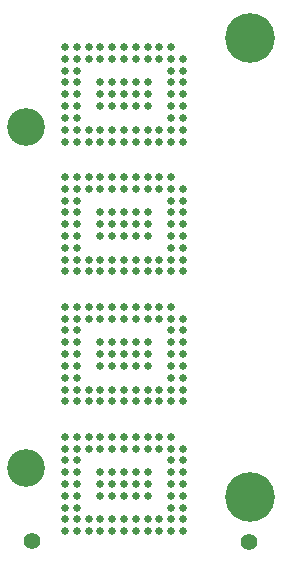
<source format=gbr>
G04*
G04 #@! TF.GenerationSoftware,Altium Limited,Altium Designer,24.9.1 (31)*
G04*
G04 Layer_Color=16711935*
%FSLAX44Y44*%
%MOMM*%
G71*
G04*
G04 #@! TF.SameCoordinates,2D473B94-B7B4-4BDE-9676-FEF16CC65D84*
G04*
G04*
G04 #@! TF.FilePolarity,Negative*
G04*
G01*
G75*
%ADD26C,1.4032*%
%ADD27C,4.2032*%
%ADD40C,0.6532*%
%ADD41C,3.2032*%
D26*
X30000Y13000D02*
D03*
X214000Y12000D02*
D03*
D27*
X215000Y439000D02*
D03*
Y50000D02*
D03*
D40*
X58300Y21300D02*
D03*
X68300D02*
D03*
X78300D02*
D03*
X88300D02*
D03*
X98300D02*
D03*
X108300D02*
D03*
X118300D02*
D03*
X128300D02*
D03*
X138300D02*
D03*
X148300D02*
D03*
X158300D02*
D03*
X58300Y31300D02*
D03*
X68300D02*
D03*
X78300D02*
D03*
X88300D02*
D03*
X98300D02*
D03*
X108300D02*
D03*
X118300D02*
D03*
X128300D02*
D03*
X138300D02*
D03*
X148300D02*
D03*
X158300D02*
D03*
X58300Y41300D02*
D03*
X68300D02*
D03*
X148300D02*
D03*
X158300D02*
D03*
X58300Y51300D02*
D03*
X68300D02*
D03*
X88300D02*
D03*
X98300D02*
D03*
X108300D02*
D03*
X118300D02*
D03*
X128300D02*
D03*
X148300D02*
D03*
X158300D02*
D03*
X58300Y61300D02*
D03*
X68300D02*
D03*
X88300D02*
D03*
X98300D02*
D03*
X108300D02*
D03*
X118300D02*
D03*
X128300D02*
D03*
X148300D02*
D03*
X158300D02*
D03*
X58300Y71300D02*
D03*
X68300D02*
D03*
X88300D02*
D03*
X98300D02*
D03*
X108300D02*
D03*
X118300D02*
D03*
X128300D02*
D03*
X148300D02*
D03*
X158300D02*
D03*
X58300Y81300D02*
D03*
X68300D02*
D03*
X148300D02*
D03*
X158300D02*
D03*
X58300Y91300D02*
D03*
X68300D02*
D03*
X78300D02*
D03*
X88300D02*
D03*
X98300D02*
D03*
X108300D02*
D03*
X118300D02*
D03*
X128300D02*
D03*
X138300D02*
D03*
X148300D02*
D03*
X158300D02*
D03*
X58300Y101300D02*
D03*
X68300D02*
D03*
X78300D02*
D03*
X88300D02*
D03*
X98300D02*
D03*
X108300D02*
D03*
X118300D02*
D03*
X128300D02*
D03*
X138300D02*
D03*
X148300D02*
D03*
Y211300D02*
D03*
X138300D02*
D03*
X128300D02*
D03*
X118300D02*
D03*
X108300D02*
D03*
X98300D02*
D03*
X88300D02*
D03*
X78300D02*
D03*
X68300D02*
D03*
X58300D02*
D03*
X158300Y201300D02*
D03*
X148300D02*
D03*
X138300D02*
D03*
X128300D02*
D03*
X118300D02*
D03*
X108300D02*
D03*
X98300D02*
D03*
X88300D02*
D03*
X78300D02*
D03*
X68300D02*
D03*
X58300D02*
D03*
X158300Y191300D02*
D03*
X148300D02*
D03*
X68300D02*
D03*
X58300D02*
D03*
X158300Y181300D02*
D03*
X148300D02*
D03*
X128300D02*
D03*
X118300D02*
D03*
X108300D02*
D03*
X98300D02*
D03*
X88300D02*
D03*
X68300D02*
D03*
X58300D02*
D03*
X158300Y171300D02*
D03*
X148300D02*
D03*
X128300D02*
D03*
X118300D02*
D03*
X108300D02*
D03*
X98300D02*
D03*
X88300D02*
D03*
X68300D02*
D03*
X58300D02*
D03*
X158300Y161300D02*
D03*
X148300D02*
D03*
X128300D02*
D03*
X118300D02*
D03*
X108300D02*
D03*
X98300D02*
D03*
X88300D02*
D03*
X68300D02*
D03*
X58300D02*
D03*
X158300Y151300D02*
D03*
X148300D02*
D03*
X68300D02*
D03*
X58300D02*
D03*
X158300Y141300D02*
D03*
X148300D02*
D03*
X138300D02*
D03*
X128300D02*
D03*
X118300D02*
D03*
X108300D02*
D03*
X98300D02*
D03*
X88300D02*
D03*
X78300D02*
D03*
X68300D02*
D03*
X58300D02*
D03*
X158300Y131300D02*
D03*
X148300D02*
D03*
X138300D02*
D03*
X128300D02*
D03*
X118300D02*
D03*
X108300D02*
D03*
X98300D02*
D03*
X88300D02*
D03*
X78300D02*
D03*
X68300D02*
D03*
X58300D02*
D03*
Y241300D02*
D03*
X68300D02*
D03*
X78300D02*
D03*
X88300D02*
D03*
X98300D02*
D03*
X108300D02*
D03*
X118300D02*
D03*
X128300D02*
D03*
X138300D02*
D03*
X148300D02*
D03*
X158300D02*
D03*
X58300Y251300D02*
D03*
X68300D02*
D03*
X78300D02*
D03*
X88300D02*
D03*
X98300D02*
D03*
X108300D02*
D03*
X118300D02*
D03*
X128300D02*
D03*
X138300D02*
D03*
X148300D02*
D03*
X158300D02*
D03*
X58300Y261300D02*
D03*
X68300D02*
D03*
X148300D02*
D03*
X158300D02*
D03*
X58300Y271300D02*
D03*
X68300D02*
D03*
X88300D02*
D03*
X98300D02*
D03*
X108300D02*
D03*
X118300D02*
D03*
X128300D02*
D03*
X148300D02*
D03*
X158300D02*
D03*
X58300Y281300D02*
D03*
X68300D02*
D03*
X88300D02*
D03*
X98300D02*
D03*
X108300D02*
D03*
X118300D02*
D03*
X128300D02*
D03*
X148300D02*
D03*
X158300D02*
D03*
X58300Y291300D02*
D03*
X68300D02*
D03*
X88300D02*
D03*
X98300D02*
D03*
X108300D02*
D03*
X118300D02*
D03*
X128300D02*
D03*
X148300D02*
D03*
X158300D02*
D03*
X58300Y301300D02*
D03*
X68300D02*
D03*
X148300D02*
D03*
X158300D02*
D03*
X58300Y311300D02*
D03*
X68300D02*
D03*
X78300D02*
D03*
X88300D02*
D03*
X98300D02*
D03*
X108300D02*
D03*
X118300D02*
D03*
X128300D02*
D03*
X138300D02*
D03*
X148300D02*
D03*
X158300D02*
D03*
X58300Y321300D02*
D03*
X68300D02*
D03*
X78300D02*
D03*
X88300D02*
D03*
X98300D02*
D03*
X108300D02*
D03*
X118300D02*
D03*
X128300D02*
D03*
X138300D02*
D03*
X148300D02*
D03*
Y431300D02*
D03*
X138300D02*
D03*
X128300D02*
D03*
X118300D02*
D03*
X108300D02*
D03*
X98300D02*
D03*
X88300D02*
D03*
X78300D02*
D03*
X68300D02*
D03*
X58300D02*
D03*
X158300Y421300D02*
D03*
X148300D02*
D03*
X138300D02*
D03*
X128300D02*
D03*
X118300D02*
D03*
X108300D02*
D03*
X98300D02*
D03*
X88300D02*
D03*
X78300D02*
D03*
X68300D02*
D03*
X58300D02*
D03*
X158300Y411300D02*
D03*
X148300D02*
D03*
X68300D02*
D03*
X58300D02*
D03*
X158300Y401300D02*
D03*
X148300D02*
D03*
X128300D02*
D03*
X118300D02*
D03*
X108300D02*
D03*
X98300D02*
D03*
X88300D02*
D03*
X68300D02*
D03*
X58300D02*
D03*
X158300Y391300D02*
D03*
X148300D02*
D03*
X128300D02*
D03*
X118300D02*
D03*
X108300D02*
D03*
X98300D02*
D03*
X88300D02*
D03*
X68300D02*
D03*
X58300D02*
D03*
X158300Y381300D02*
D03*
X148300D02*
D03*
X128300D02*
D03*
X118300D02*
D03*
X108300D02*
D03*
X98300D02*
D03*
X88300D02*
D03*
X68300D02*
D03*
X58300D02*
D03*
X158300Y371300D02*
D03*
X148300D02*
D03*
X68300D02*
D03*
X58300D02*
D03*
X158300Y361300D02*
D03*
X148300D02*
D03*
X138300D02*
D03*
X128300D02*
D03*
X118300D02*
D03*
X108300D02*
D03*
X98300D02*
D03*
X88300D02*
D03*
X78300D02*
D03*
X68300D02*
D03*
X58300D02*
D03*
X158300Y351300D02*
D03*
X148300D02*
D03*
X138300D02*
D03*
X128300D02*
D03*
X118300D02*
D03*
X108300D02*
D03*
X98300D02*
D03*
X88300D02*
D03*
X78300D02*
D03*
X68300D02*
D03*
X58300D02*
D03*
D41*
X25000Y75000D02*
D03*
Y364000D02*
D03*
M02*

</source>
